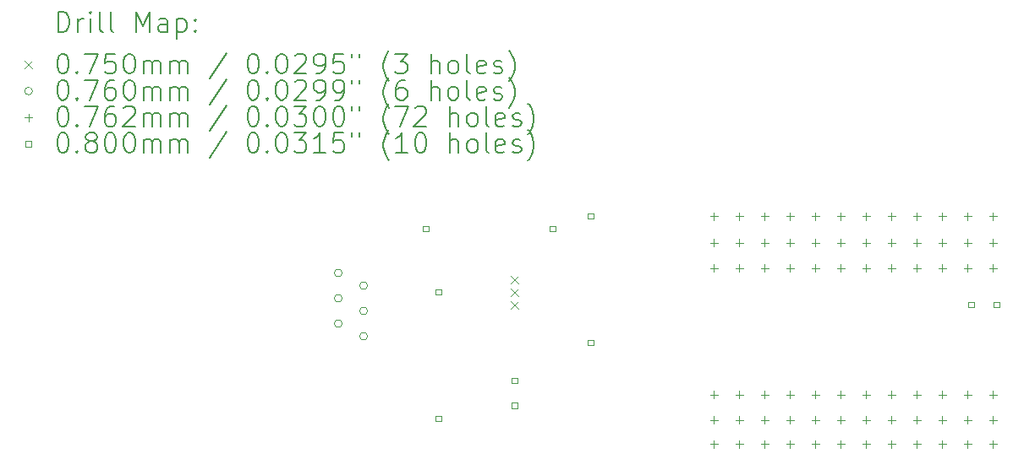
<source format=gbr>
%TF.GenerationSoftware,KiCad,Pcbnew,(6.0.9)*%
%TF.CreationDate,2022-11-19T17:18:27+01:00*%
%TF.ProjectId,esp32_ttgo_capaci,65737033-325f-4747-9467-6f5f63617061,rev?*%
%TF.SameCoordinates,Original*%
%TF.FileFunction,Drillmap*%
%TF.FilePolarity,Positive*%
%FSLAX45Y45*%
G04 Gerber Fmt 4.5, Leading zero omitted, Abs format (unit mm)*
G04 Created by KiCad (PCBNEW (6.0.9)) date 2022-11-19 17:18:27*
%MOMM*%
%LPD*%
G01*
G04 APERTURE LIST*
%ADD10C,0.200000*%
%ADD11C,0.075000*%
%ADD12C,0.076000*%
%ADD13C,0.076200*%
%ADD14C,0.080000*%
G04 APERTURE END LIST*
D10*
D11*
X4788500Y-2756500D02*
X4863500Y-2831500D01*
X4863500Y-2756500D02*
X4788500Y-2831500D01*
X4788500Y-2883500D02*
X4863500Y-2958500D01*
X4863500Y-2883500D02*
X4788500Y-2958500D01*
X4788500Y-3010500D02*
X4863500Y-3085500D01*
X4863500Y-3010500D02*
X4788500Y-3085500D01*
D12*
X3101000Y-2730000D02*
G75*
G03*
X3101000Y-2730000I-38000J0D01*
G01*
X3101000Y-2984000D02*
G75*
G03*
X3101000Y-2984000I-38000J0D01*
G01*
X3101000Y-3238000D02*
G75*
G03*
X3101000Y-3238000I-38000J0D01*
G01*
X3355000Y-2857000D02*
G75*
G03*
X3355000Y-2857000I-38000J0D01*
G01*
X3355000Y-3111000D02*
G75*
G03*
X3355000Y-3111000I-38000J0D01*
G01*
X3355000Y-3365000D02*
G75*
G03*
X3355000Y-3365000I-38000J0D01*
G01*
D13*
X6823500Y-2120900D02*
X6823500Y-2197100D01*
X6785400Y-2159000D02*
X6861600Y-2159000D01*
X6823500Y-2387600D02*
X6823500Y-2463800D01*
X6785400Y-2425700D02*
X6861600Y-2425700D01*
X6823500Y-2641600D02*
X6823500Y-2717800D01*
X6785400Y-2679700D02*
X6861600Y-2679700D01*
X6823500Y-3911600D02*
X6823500Y-3987800D01*
X6785400Y-3949700D02*
X6861600Y-3949700D01*
X6823500Y-4165600D02*
X6823500Y-4241800D01*
X6785400Y-4203700D02*
X6861600Y-4203700D01*
X6823500Y-4406900D02*
X6823500Y-4483100D01*
X6785400Y-4445000D02*
X6861600Y-4445000D01*
X7077500Y-2120900D02*
X7077500Y-2197100D01*
X7039400Y-2159000D02*
X7115600Y-2159000D01*
X7077500Y-2387600D02*
X7077500Y-2463800D01*
X7039400Y-2425700D02*
X7115600Y-2425700D01*
X7077500Y-2641600D02*
X7077500Y-2717800D01*
X7039400Y-2679700D02*
X7115600Y-2679700D01*
X7077500Y-3911600D02*
X7077500Y-3987800D01*
X7039400Y-3949700D02*
X7115600Y-3949700D01*
X7077500Y-4165600D02*
X7077500Y-4241800D01*
X7039400Y-4203700D02*
X7115600Y-4203700D01*
X7077500Y-4406900D02*
X7077500Y-4483100D01*
X7039400Y-4445000D02*
X7115600Y-4445000D01*
X7331500Y-2120900D02*
X7331500Y-2197100D01*
X7293400Y-2159000D02*
X7369600Y-2159000D01*
X7331500Y-2387600D02*
X7331500Y-2463800D01*
X7293400Y-2425700D02*
X7369600Y-2425700D01*
X7331500Y-2641600D02*
X7331500Y-2717800D01*
X7293400Y-2679700D02*
X7369600Y-2679700D01*
X7331500Y-3911600D02*
X7331500Y-3987800D01*
X7293400Y-3949700D02*
X7369600Y-3949700D01*
X7331500Y-4165600D02*
X7331500Y-4241800D01*
X7293400Y-4203700D02*
X7369600Y-4203700D01*
X7331500Y-4406900D02*
X7331500Y-4483100D01*
X7293400Y-4445000D02*
X7369600Y-4445000D01*
X7585500Y-2120900D02*
X7585500Y-2197100D01*
X7547400Y-2159000D02*
X7623600Y-2159000D01*
X7585500Y-2387600D02*
X7585500Y-2463800D01*
X7547400Y-2425700D02*
X7623600Y-2425700D01*
X7585500Y-2641600D02*
X7585500Y-2717800D01*
X7547400Y-2679700D02*
X7623600Y-2679700D01*
X7585500Y-3911600D02*
X7585500Y-3987800D01*
X7547400Y-3949700D02*
X7623600Y-3949700D01*
X7585500Y-4165600D02*
X7585500Y-4241800D01*
X7547400Y-4203700D02*
X7623600Y-4203700D01*
X7585500Y-4406900D02*
X7585500Y-4483100D01*
X7547400Y-4445000D02*
X7623600Y-4445000D01*
X7839500Y-2120900D02*
X7839500Y-2197100D01*
X7801400Y-2159000D02*
X7877600Y-2159000D01*
X7839500Y-2387600D02*
X7839500Y-2463800D01*
X7801400Y-2425700D02*
X7877600Y-2425700D01*
X7839500Y-2641600D02*
X7839500Y-2717800D01*
X7801400Y-2679700D02*
X7877600Y-2679700D01*
X7839500Y-3911600D02*
X7839500Y-3987800D01*
X7801400Y-3949700D02*
X7877600Y-3949700D01*
X7839500Y-4165600D02*
X7839500Y-4241800D01*
X7801400Y-4203700D02*
X7877600Y-4203700D01*
X7839500Y-4406900D02*
X7839500Y-4483100D01*
X7801400Y-4445000D02*
X7877600Y-4445000D01*
X8093500Y-2120900D02*
X8093500Y-2197100D01*
X8055400Y-2159000D02*
X8131600Y-2159000D01*
X8093500Y-2387600D02*
X8093500Y-2463800D01*
X8055400Y-2425700D02*
X8131600Y-2425700D01*
X8093500Y-2641600D02*
X8093500Y-2717800D01*
X8055400Y-2679700D02*
X8131600Y-2679700D01*
X8093500Y-3911600D02*
X8093500Y-3987800D01*
X8055400Y-3949700D02*
X8131600Y-3949700D01*
X8093500Y-4165600D02*
X8093500Y-4241800D01*
X8055400Y-4203700D02*
X8131600Y-4203700D01*
X8093500Y-4406900D02*
X8093500Y-4483100D01*
X8055400Y-4445000D02*
X8131600Y-4445000D01*
X8347500Y-2120900D02*
X8347500Y-2197100D01*
X8309400Y-2159000D02*
X8385600Y-2159000D01*
X8347500Y-2387600D02*
X8347500Y-2463800D01*
X8309400Y-2425700D02*
X8385600Y-2425700D01*
X8347500Y-2641600D02*
X8347500Y-2717800D01*
X8309400Y-2679700D02*
X8385600Y-2679700D01*
X8347500Y-3911600D02*
X8347500Y-3987800D01*
X8309400Y-3949700D02*
X8385600Y-3949700D01*
X8347500Y-4165600D02*
X8347500Y-4241800D01*
X8309400Y-4203700D02*
X8385600Y-4203700D01*
X8347500Y-4406900D02*
X8347500Y-4483100D01*
X8309400Y-4445000D02*
X8385600Y-4445000D01*
X8601500Y-2120900D02*
X8601500Y-2197100D01*
X8563400Y-2159000D02*
X8639600Y-2159000D01*
X8601500Y-2387600D02*
X8601500Y-2463800D01*
X8563400Y-2425700D02*
X8639600Y-2425700D01*
X8601500Y-2641600D02*
X8601500Y-2717800D01*
X8563400Y-2679700D02*
X8639600Y-2679700D01*
X8601500Y-3911600D02*
X8601500Y-3987800D01*
X8563400Y-3949700D02*
X8639600Y-3949700D01*
X8601500Y-4165600D02*
X8601500Y-4241800D01*
X8563400Y-4203700D02*
X8639600Y-4203700D01*
X8601500Y-4406900D02*
X8601500Y-4483100D01*
X8563400Y-4445000D02*
X8639600Y-4445000D01*
X8855500Y-2120900D02*
X8855500Y-2197100D01*
X8817400Y-2159000D02*
X8893600Y-2159000D01*
X8855500Y-2387600D02*
X8855500Y-2463800D01*
X8817400Y-2425700D02*
X8893600Y-2425700D01*
X8855500Y-2641600D02*
X8855500Y-2717800D01*
X8817400Y-2679700D02*
X8893600Y-2679700D01*
X8855500Y-3911600D02*
X8855500Y-3987800D01*
X8817400Y-3949700D02*
X8893600Y-3949700D01*
X8855500Y-4165600D02*
X8855500Y-4241800D01*
X8817400Y-4203700D02*
X8893600Y-4203700D01*
X8855500Y-4406900D02*
X8855500Y-4483100D01*
X8817400Y-4445000D02*
X8893600Y-4445000D01*
X9109500Y-2120900D02*
X9109500Y-2197100D01*
X9071400Y-2159000D02*
X9147600Y-2159000D01*
X9109500Y-2387600D02*
X9109500Y-2463800D01*
X9071400Y-2425700D02*
X9147600Y-2425700D01*
X9109500Y-2641600D02*
X9109500Y-2717800D01*
X9071400Y-2679700D02*
X9147600Y-2679700D01*
X9109500Y-3911600D02*
X9109500Y-3987800D01*
X9071400Y-3949700D02*
X9147600Y-3949700D01*
X9109500Y-4165600D02*
X9109500Y-4241800D01*
X9071400Y-4203700D02*
X9147600Y-4203700D01*
X9109500Y-4406900D02*
X9109500Y-4483100D01*
X9071400Y-4445000D02*
X9147600Y-4445000D01*
X9363500Y-2120900D02*
X9363500Y-2197100D01*
X9325400Y-2159000D02*
X9401600Y-2159000D01*
X9363500Y-2387600D02*
X9363500Y-2463800D01*
X9325400Y-2425700D02*
X9401600Y-2425700D01*
X9363500Y-2641600D02*
X9363500Y-2717800D01*
X9325400Y-2679700D02*
X9401600Y-2679700D01*
X9363500Y-3911600D02*
X9363500Y-3987800D01*
X9325400Y-3949700D02*
X9401600Y-3949700D01*
X9363500Y-4165600D02*
X9363500Y-4241800D01*
X9325400Y-4203700D02*
X9401600Y-4203700D01*
X9363500Y-4406900D02*
X9363500Y-4483100D01*
X9325400Y-4445000D02*
X9401600Y-4445000D01*
X9617500Y-2120900D02*
X9617500Y-2197100D01*
X9579400Y-2159000D02*
X9655600Y-2159000D01*
X9617500Y-2387600D02*
X9617500Y-2463800D01*
X9579400Y-2425700D02*
X9655600Y-2425700D01*
X9617500Y-2641600D02*
X9617500Y-2717800D01*
X9579400Y-2679700D02*
X9655600Y-2679700D01*
X9617500Y-3911600D02*
X9617500Y-3987800D01*
X9579400Y-3949700D02*
X9655600Y-3949700D01*
X9617500Y-4165600D02*
X9617500Y-4241800D01*
X9579400Y-4203700D02*
X9655600Y-4203700D01*
X9617500Y-4406900D02*
X9617500Y-4483100D01*
X9579400Y-4445000D02*
X9655600Y-4445000D01*
D14*
X3965284Y-2314285D02*
X3965284Y-2257716D01*
X3908715Y-2257716D01*
X3908715Y-2314285D01*
X3965284Y-2314285D01*
X4092284Y-2949284D02*
X4092284Y-2892715D01*
X4035715Y-2892715D01*
X4035715Y-2949284D01*
X4092284Y-2949284D01*
X4092284Y-4219285D02*
X4092284Y-4162715D01*
X4035715Y-4162715D01*
X4035715Y-4219285D01*
X4092284Y-4219285D01*
X4854285Y-3838284D02*
X4854285Y-3781715D01*
X4797716Y-3781715D01*
X4797716Y-3838284D01*
X4854285Y-3838284D01*
X4854285Y-4088284D02*
X4854285Y-4031715D01*
X4797716Y-4031715D01*
X4797716Y-4088284D01*
X4854285Y-4088284D01*
X5235285Y-2314285D02*
X5235285Y-2257716D01*
X5178716Y-2257716D01*
X5178716Y-2314285D01*
X5235285Y-2314285D01*
X5616284Y-2187285D02*
X5616284Y-2130716D01*
X5559716Y-2130716D01*
X5559716Y-2187285D01*
X5616284Y-2187285D01*
X5616284Y-3457284D02*
X5616284Y-3400715D01*
X5559716Y-3400715D01*
X5559716Y-3457284D01*
X5616284Y-3457284D01*
X9430285Y-3076284D02*
X9430285Y-3019715D01*
X9373716Y-3019715D01*
X9373716Y-3076284D01*
X9430285Y-3076284D01*
X9680285Y-3076284D02*
X9680285Y-3019715D01*
X9623716Y-3019715D01*
X9623716Y-3076284D01*
X9680285Y-3076284D01*
D10*
X257619Y-310476D02*
X257619Y-110476D01*
X305238Y-110476D01*
X333810Y-120000D01*
X352857Y-139048D01*
X362381Y-158095D01*
X371905Y-196190D01*
X371905Y-224762D01*
X362381Y-262857D01*
X352857Y-281905D01*
X333810Y-300952D01*
X305238Y-310476D01*
X257619Y-310476D01*
X457619Y-310476D02*
X457619Y-177143D01*
X457619Y-215238D02*
X467143Y-196190D01*
X476667Y-186667D01*
X495714Y-177143D01*
X514762Y-177143D01*
X581429Y-310476D02*
X581429Y-177143D01*
X581429Y-110476D02*
X571905Y-120000D01*
X581429Y-129524D01*
X590952Y-120000D01*
X581429Y-110476D01*
X581429Y-129524D01*
X705238Y-310476D02*
X686190Y-300952D01*
X676667Y-281905D01*
X676667Y-110476D01*
X810000Y-310476D02*
X790952Y-300952D01*
X781428Y-281905D01*
X781428Y-110476D01*
X1038571Y-310476D02*
X1038571Y-110476D01*
X1105238Y-253333D01*
X1171905Y-110476D01*
X1171905Y-310476D01*
X1352857Y-310476D02*
X1352857Y-205714D01*
X1343333Y-186667D01*
X1324286Y-177143D01*
X1286190Y-177143D01*
X1267143Y-186667D01*
X1352857Y-300952D02*
X1333810Y-310476D01*
X1286190Y-310476D01*
X1267143Y-300952D01*
X1257619Y-281905D01*
X1257619Y-262857D01*
X1267143Y-243809D01*
X1286190Y-234286D01*
X1333810Y-234286D01*
X1352857Y-224762D01*
X1448095Y-177143D02*
X1448095Y-377143D01*
X1448095Y-186667D02*
X1467143Y-177143D01*
X1505238Y-177143D01*
X1524286Y-186667D01*
X1533809Y-196190D01*
X1543333Y-215238D01*
X1543333Y-272381D01*
X1533809Y-291429D01*
X1524286Y-300952D01*
X1505238Y-310476D01*
X1467143Y-310476D01*
X1448095Y-300952D01*
X1629048Y-291429D02*
X1638571Y-300952D01*
X1629048Y-310476D01*
X1619524Y-300952D01*
X1629048Y-291429D01*
X1629048Y-310476D01*
X1629048Y-186667D02*
X1638571Y-196190D01*
X1629048Y-205714D01*
X1619524Y-196190D01*
X1629048Y-186667D01*
X1629048Y-205714D01*
D11*
X-75000Y-602500D02*
X0Y-677500D01*
X0Y-602500D02*
X-75000Y-677500D01*
D10*
X295714Y-530476D02*
X314762Y-530476D01*
X333810Y-540000D01*
X343333Y-549524D01*
X352857Y-568571D01*
X362381Y-606667D01*
X362381Y-654286D01*
X352857Y-692381D01*
X343333Y-711428D01*
X333810Y-720952D01*
X314762Y-730476D01*
X295714Y-730476D01*
X276667Y-720952D01*
X267143Y-711428D01*
X257619Y-692381D01*
X248095Y-654286D01*
X248095Y-606667D01*
X257619Y-568571D01*
X267143Y-549524D01*
X276667Y-540000D01*
X295714Y-530476D01*
X448095Y-711428D02*
X457619Y-720952D01*
X448095Y-730476D01*
X438571Y-720952D01*
X448095Y-711428D01*
X448095Y-730476D01*
X524286Y-530476D02*
X657619Y-530476D01*
X571905Y-730476D01*
X829048Y-530476D02*
X733809Y-530476D01*
X724286Y-625714D01*
X733809Y-616190D01*
X752857Y-606667D01*
X800476Y-606667D01*
X819524Y-616190D01*
X829048Y-625714D01*
X838571Y-644762D01*
X838571Y-692381D01*
X829048Y-711428D01*
X819524Y-720952D01*
X800476Y-730476D01*
X752857Y-730476D01*
X733809Y-720952D01*
X724286Y-711428D01*
X962381Y-530476D02*
X981428Y-530476D01*
X1000476Y-540000D01*
X1010000Y-549524D01*
X1019524Y-568571D01*
X1029048Y-606667D01*
X1029048Y-654286D01*
X1019524Y-692381D01*
X1010000Y-711428D01*
X1000476Y-720952D01*
X981428Y-730476D01*
X962381Y-730476D01*
X943333Y-720952D01*
X933809Y-711428D01*
X924286Y-692381D01*
X914762Y-654286D01*
X914762Y-606667D01*
X924286Y-568571D01*
X933809Y-549524D01*
X943333Y-540000D01*
X962381Y-530476D01*
X1114762Y-730476D02*
X1114762Y-597143D01*
X1114762Y-616190D02*
X1124286Y-606667D01*
X1143333Y-597143D01*
X1171905Y-597143D01*
X1190952Y-606667D01*
X1200476Y-625714D01*
X1200476Y-730476D01*
X1200476Y-625714D02*
X1210000Y-606667D01*
X1229048Y-597143D01*
X1257619Y-597143D01*
X1276667Y-606667D01*
X1286190Y-625714D01*
X1286190Y-730476D01*
X1381429Y-730476D02*
X1381429Y-597143D01*
X1381429Y-616190D02*
X1390952Y-606667D01*
X1410000Y-597143D01*
X1438571Y-597143D01*
X1457619Y-606667D01*
X1467143Y-625714D01*
X1467143Y-730476D01*
X1467143Y-625714D02*
X1476667Y-606667D01*
X1495714Y-597143D01*
X1524286Y-597143D01*
X1543333Y-606667D01*
X1552857Y-625714D01*
X1552857Y-730476D01*
X1943333Y-520952D02*
X1771905Y-778095D01*
X2200476Y-530476D02*
X2219524Y-530476D01*
X2238571Y-540000D01*
X2248095Y-549524D01*
X2257619Y-568571D01*
X2267143Y-606667D01*
X2267143Y-654286D01*
X2257619Y-692381D01*
X2248095Y-711428D01*
X2238571Y-720952D01*
X2219524Y-730476D01*
X2200476Y-730476D01*
X2181429Y-720952D01*
X2171905Y-711428D01*
X2162381Y-692381D01*
X2152857Y-654286D01*
X2152857Y-606667D01*
X2162381Y-568571D01*
X2171905Y-549524D01*
X2181429Y-540000D01*
X2200476Y-530476D01*
X2352857Y-711428D02*
X2362381Y-720952D01*
X2352857Y-730476D01*
X2343333Y-720952D01*
X2352857Y-711428D01*
X2352857Y-730476D01*
X2486190Y-530476D02*
X2505238Y-530476D01*
X2524286Y-540000D01*
X2533810Y-549524D01*
X2543333Y-568571D01*
X2552857Y-606667D01*
X2552857Y-654286D01*
X2543333Y-692381D01*
X2533810Y-711428D01*
X2524286Y-720952D01*
X2505238Y-730476D01*
X2486190Y-730476D01*
X2467143Y-720952D01*
X2457619Y-711428D01*
X2448095Y-692381D01*
X2438571Y-654286D01*
X2438571Y-606667D01*
X2448095Y-568571D01*
X2457619Y-549524D01*
X2467143Y-540000D01*
X2486190Y-530476D01*
X2629048Y-549524D02*
X2638571Y-540000D01*
X2657619Y-530476D01*
X2705238Y-530476D01*
X2724286Y-540000D01*
X2733810Y-549524D01*
X2743333Y-568571D01*
X2743333Y-587619D01*
X2733810Y-616190D01*
X2619524Y-730476D01*
X2743333Y-730476D01*
X2838571Y-730476D02*
X2876667Y-730476D01*
X2895714Y-720952D01*
X2905238Y-711428D01*
X2924286Y-682857D01*
X2933809Y-644762D01*
X2933809Y-568571D01*
X2924286Y-549524D01*
X2914762Y-540000D01*
X2895714Y-530476D01*
X2857619Y-530476D01*
X2838571Y-540000D01*
X2829048Y-549524D01*
X2819524Y-568571D01*
X2819524Y-616190D01*
X2829048Y-635238D01*
X2838571Y-644762D01*
X2857619Y-654286D01*
X2895714Y-654286D01*
X2914762Y-644762D01*
X2924286Y-635238D01*
X2933809Y-616190D01*
X3114762Y-530476D02*
X3019524Y-530476D01*
X3010000Y-625714D01*
X3019524Y-616190D01*
X3038571Y-606667D01*
X3086190Y-606667D01*
X3105238Y-616190D01*
X3114762Y-625714D01*
X3124286Y-644762D01*
X3124286Y-692381D01*
X3114762Y-711428D01*
X3105238Y-720952D01*
X3086190Y-730476D01*
X3038571Y-730476D01*
X3019524Y-720952D01*
X3010000Y-711428D01*
X3200476Y-530476D02*
X3200476Y-568571D01*
X3276667Y-530476D02*
X3276667Y-568571D01*
X3571905Y-806667D02*
X3562381Y-797143D01*
X3543333Y-768571D01*
X3533809Y-749524D01*
X3524286Y-720952D01*
X3514762Y-673333D01*
X3514762Y-635238D01*
X3524286Y-587619D01*
X3533809Y-559048D01*
X3543333Y-540000D01*
X3562381Y-511428D01*
X3571905Y-501905D01*
X3629048Y-530476D02*
X3752857Y-530476D01*
X3686190Y-606667D01*
X3714762Y-606667D01*
X3733809Y-616190D01*
X3743333Y-625714D01*
X3752857Y-644762D01*
X3752857Y-692381D01*
X3743333Y-711428D01*
X3733809Y-720952D01*
X3714762Y-730476D01*
X3657619Y-730476D01*
X3638571Y-720952D01*
X3629048Y-711428D01*
X3990952Y-730476D02*
X3990952Y-530476D01*
X4076667Y-730476D02*
X4076667Y-625714D01*
X4067143Y-606667D01*
X4048095Y-597143D01*
X4019524Y-597143D01*
X4000476Y-606667D01*
X3990952Y-616190D01*
X4200476Y-730476D02*
X4181428Y-720952D01*
X4171905Y-711428D01*
X4162381Y-692381D01*
X4162381Y-635238D01*
X4171905Y-616190D01*
X4181428Y-606667D01*
X4200476Y-597143D01*
X4229048Y-597143D01*
X4248095Y-606667D01*
X4257619Y-616190D01*
X4267143Y-635238D01*
X4267143Y-692381D01*
X4257619Y-711428D01*
X4248095Y-720952D01*
X4229048Y-730476D01*
X4200476Y-730476D01*
X4381429Y-730476D02*
X4362381Y-720952D01*
X4352857Y-701905D01*
X4352857Y-530476D01*
X4533810Y-720952D02*
X4514762Y-730476D01*
X4476667Y-730476D01*
X4457619Y-720952D01*
X4448095Y-701905D01*
X4448095Y-625714D01*
X4457619Y-606667D01*
X4476667Y-597143D01*
X4514762Y-597143D01*
X4533810Y-606667D01*
X4543333Y-625714D01*
X4543333Y-644762D01*
X4448095Y-663810D01*
X4619524Y-720952D02*
X4638571Y-730476D01*
X4676667Y-730476D01*
X4695714Y-720952D01*
X4705238Y-701905D01*
X4705238Y-692381D01*
X4695714Y-673333D01*
X4676667Y-663810D01*
X4648095Y-663810D01*
X4629048Y-654286D01*
X4619524Y-635238D01*
X4619524Y-625714D01*
X4629048Y-606667D01*
X4648095Y-597143D01*
X4676667Y-597143D01*
X4695714Y-606667D01*
X4771905Y-806667D02*
X4781429Y-797143D01*
X4800476Y-768571D01*
X4810000Y-749524D01*
X4819524Y-720952D01*
X4829048Y-673333D01*
X4829048Y-635238D01*
X4819524Y-587619D01*
X4810000Y-559048D01*
X4800476Y-540000D01*
X4781429Y-511428D01*
X4771905Y-501905D01*
D12*
X0Y-904000D02*
G75*
G03*
X0Y-904000I-38000J0D01*
G01*
D10*
X295714Y-794476D02*
X314762Y-794476D01*
X333810Y-804000D01*
X343333Y-813524D01*
X352857Y-832571D01*
X362381Y-870667D01*
X362381Y-918286D01*
X352857Y-956381D01*
X343333Y-975428D01*
X333810Y-984952D01*
X314762Y-994476D01*
X295714Y-994476D01*
X276667Y-984952D01*
X267143Y-975428D01*
X257619Y-956381D01*
X248095Y-918286D01*
X248095Y-870667D01*
X257619Y-832571D01*
X267143Y-813524D01*
X276667Y-804000D01*
X295714Y-794476D01*
X448095Y-975428D02*
X457619Y-984952D01*
X448095Y-994476D01*
X438571Y-984952D01*
X448095Y-975428D01*
X448095Y-994476D01*
X524286Y-794476D02*
X657619Y-794476D01*
X571905Y-994476D01*
X819524Y-794476D02*
X781428Y-794476D01*
X762381Y-804000D01*
X752857Y-813524D01*
X733809Y-842095D01*
X724286Y-880190D01*
X724286Y-956381D01*
X733809Y-975428D01*
X743333Y-984952D01*
X762381Y-994476D01*
X800476Y-994476D01*
X819524Y-984952D01*
X829048Y-975428D01*
X838571Y-956381D01*
X838571Y-908762D01*
X829048Y-889714D01*
X819524Y-880190D01*
X800476Y-870667D01*
X762381Y-870667D01*
X743333Y-880190D01*
X733809Y-889714D01*
X724286Y-908762D01*
X962381Y-794476D02*
X981428Y-794476D01*
X1000476Y-804000D01*
X1010000Y-813524D01*
X1019524Y-832571D01*
X1029048Y-870667D01*
X1029048Y-918286D01*
X1019524Y-956381D01*
X1010000Y-975428D01*
X1000476Y-984952D01*
X981428Y-994476D01*
X962381Y-994476D01*
X943333Y-984952D01*
X933809Y-975428D01*
X924286Y-956381D01*
X914762Y-918286D01*
X914762Y-870667D01*
X924286Y-832571D01*
X933809Y-813524D01*
X943333Y-804000D01*
X962381Y-794476D01*
X1114762Y-994476D02*
X1114762Y-861143D01*
X1114762Y-880190D02*
X1124286Y-870667D01*
X1143333Y-861143D01*
X1171905Y-861143D01*
X1190952Y-870667D01*
X1200476Y-889714D01*
X1200476Y-994476D01*
X1200476Y-889714D02*
X1210000Y-870667D01*
X1229048Y-861143D01*
X1257619Y-861143D01*
X1276667Y-870667D01*
X1286190Y-889714D01*
X1286190Y-994476D01*
X1381429Y-994476D02*
X1381429Y-861143D01*
X1381429Y-880190D02*
X1390952Y-870667D01*
X1410000Y-861143D01*
X1438571Y-861143D01*
X1457619Y-870667D01*
X1467143Y-889714D01*
X1467143Y-994476D01*
X1467143Y-889714D02*
X1476667Y-870667D01*
X1495714Y-861143D01*
X1524286Y-861143D01*
X1543333Y-870667D01*
X1552857Y-889714D01*
X1552857Y-994476D01*
X1943333Y-784952D02*
X1771905Y-1042095D01*
X2200476Y-794476D02*
X2219524Y-794476D01*
X2238571Y-804000D01*
X2248095Y-813524D01*
X2257619Y-832571D01*
X2267143Y-870667D01*
X2267143Y-918286D01*
X2257619Y-956381D01*
X2248095Y-975428D01*
X2238571Y-984952D01*
X2219524Y-994476D01*
X2200476Y-994476D01*
X2181429Y-984952D01*
X2171905Y-975428D01*
X2162381Y-956381D01*
X2152857Y-918286D01*
X2152857Y-870667D01*
X2162381Y-832571D01*
X2171905Y-813524D01*
X2181429Y-804000D01*
X2200476Y-794476D01*
X2352857Y-975428D02*
X2362381Y-984952D01*
X2352857Y-994476D01*
X2343333Y-984952D01*
X2352857Y-975428D01*
X2352857Y-994476D01*
X2486190Y-794476D02*
X2505238Y-794476D01*
X2524286Y-804000D01*
X2533810Y-813524D01*
X2543333Y-832571D01*
X2552857Y-870667D01*
X2552857Y-918286D01*
X2543333Y-956381D01*
X2533810Y-975428D01*
X2524286Y-984952D01*
X2505238Y-994476D01*
X2486190Y-994476D01*
X2467143Y-984952D01*
X2457619Y-975428D01*
X2448095Y-956381D01*
X2438571Y-918286D01*
X2438571Y-870667D01*
X2448095Y-832571D01*
X2457619Y-813524D01*
X2467143Y-804000D01*
X2486190Y-794476D01*
X2629048Y-813524D02*
X2638571Y-804000D01*
X2657619Y-794476D01*
X2705238Y-794476D01*
X2724286Y-804000D01*
X2733810Y-813524D01*
X2743333Y-832571D01*
X2743333Y-851619D01*
X2733810Y-880190D01*
X2619524Y-994476D01*
X2743333Y-994476D01*
X2838571Y-994476D02*
X2876667Y-994476D01*
X2895714Y-984952D01*
X2905238Y-975428D01*
X2924286Y-946857D01*
X2933809Y-908762D01*
X2933809Y-832571D01*
X2924286Y-813524D01*
X2914762Y-804000D01*
X2895714Y-794476D01*
X2857619Y-794476D01*
X2838571Y-804000D01*
X2829048Y-813524D01*
X2819524Y-832571D01*
X2819524Y-880190D01*
X2829048Y-899238D01*
X2838571Y-908762D01*
X2857619Y-918286D01*
X2895714Y-918286D01*
X2914762Y-908762D01*
X2924286Y-899238D01*
X2933809Y-880190D01*
X3029048Y-994476D02*
X3067143Y-994476D01*
X3086190Y-984952D01*
X3095714Y-975428D01*
X3114762Y-946857D01*
X3124286Y-908762D01*
X3124286Y-832571D01*
X3114762Y-813524D01*
X3105238Y-804000D01*
X3086190Y-794476D01*
X3048095Y-794476D01*
X3029048Y-804000D01*
X3019524Y-813524D01*
X3010000Y-832571D01*
X3010000Y-880190D01*
X3019524Y-899238D01*
X3029048Y-908762D01*
X3048095Y-918286D01*
X3086190Y-918286D01*
X3105238Y-908762D01*
X3114762Y-899238D01*
X3124286Y-880190D01*
X3200476Y-794476D02*
X3200476Y-832571D01*
X3276667Y-794476D02*
X3276667Y-832571D01*
X3571905Y-1070667D02*
X3562381Y-1061143D01*
X3543333Y-1032571D01*
X3533809Y-1013524D01*
X3524286Y-984952D01*
X3514762Y-937333D01*
X3514762Y-899238D01*
X3524286Y-851619D01*
X3533809Y-823048D01*
X3543333Y-804000D01*
X3562381Y-775428D01*
X3571905Y-765905D01*
X3733809Y-794476D02*
X3695714Y-794476D01*
X3676667Y-804000D01*
X3667143Y-813524D01*
X3648095Y-842095D01*
X3638571Y-880190D01*
X3638571Y-956381D01*
X3648095Y-975428D01*
X3657619Y-984952D01*
X3676667Y-994476D01*
X3714762Y-994476D01*
X3733809Y-984952D01*
X3743333Y-975428D01*
X3752857Y-956381D01*
X3752857Y-908762D01*
X3743333Y-889714D01*
X3733809Y-880190D01*
X3714762Y-870667D01*
X3676667Y-870667D01*
X3657619Y-880190D01*
X3648095Y-889714D01*
X3638571Y-908762D01*
X3990952Y-994476D02*
X3990952Y-794476D01*
X4076667Y-994476D02*
X4076667Y-889714D01*
X4067143Y-870667D01*
X4048095Y-861143D01*
X4019524Y-861143D01*
X4000476Y-870667D01*
X3990952Y-880190D01*
X4200476Y-994476D02*
X4181428Y-984952D01*
X4171905Y-975428D01*
X4162381Y-956381D01*
X4162381Y-899238D01*
X4171905Y-880190D01*
X4181428Y-870667D01*
X4200476Y-861143D01*
X4229048Y-861143D01*
X4248095Y-870667D01*
X4257619Y-880190D01*
X4267143Y-899238D01*
X4267143Y-956381D01*
X4257619Y-975428D01*
X4248095Y-984952D01*
X4229048Y-994476D01*
X4200476Y-994476D01*
X4381429Y-994476D02*
X4362381Y-984952D01*
X4352857Y-965905D01*
X4352857Y-794476D01*
X4533810Y-984952D02*
X4514762Y-994476D01*
X4476667Y-994476D01*
X4457619Y-984952D01*
X4448095Y-965905D01*
X4448095Y-889714D01*
X4457619Y-870667D01*
X4476667Y-861143D01*
X4514762Y-861143D01*
X4533810Y-870667D01*
X4543333Y-889714D01*
X4543333Y-908762D01*
X4448095Y-927809D01*
X4619524Y-984952D02*
X4638571Y-994476D01*
X4676667Y-994476D01*
X4695714Y-984952D01*
X4705238Y-965905D01*
X4705238Y-956381D01*
X4695714Y-937333D01*
X4676667Y-927809D01*
X4648095Y-927809D01*
X4629048Y-918286D01*
X4619524Y-899238D01*
X4619524Y-889714D01*
X4629048Y-870667D01*
X4648095Y-861143D01*
X4676667Y-861143D01*
X4695714Y-870667D01*
X4771905Y-1070667D02*
X4781429Y-1061143D01*
X4800476Y-1032571D01*
X4810000Y-1013524D01*
X4819524Y-984952D01*
X4829048Y-937333D01*
X4829048Y-899238D01*
X4819524Y-851619D01*
X4810000Y-823048D01*
X4800476Y-804000D01*
X4781429Y-775428D01*
X4771905Y-765905D01*
D13*
X-38100Y-1129900D02*
X-38100Y-1206100D01*
X-76200Y-1168000D02*
X0Y-1168000D01*
D10*
X295714Y-1058476D02*
X314762Y-1058476D01*
X333810Y-1068000D01*
X343333Y-1077524D01*
X352857Y-1096571D01*
X362381Y-1134667D01*
X362381Y-1182286D01*
X352857Y-1220381D01*
X343333Y-1239429D01*
X333810Y-1248952D01*
X314762Y-1258476D01*
X295714Y-1258476D01*
X276667Y-1248952D01*
X267143Y-1239429D01*
X257619Y-1220381D01*
X248095Y-1182286D01*
X248095Y-1134667D01*
X257619Y-1096571D01*
X267143Y-1077524D01*
X276667Y-1068000D01*
X295714Y-1058476D01*
X448095Y-1239429D02*
X457619Y-1248952D01*
X448095Y-1258476D01*
X438571Y-1248952D01*
X448095Y-1239429D01*
X448095Y-1258476D01*
X524286Y-1058476D02*
X657619Y-1058476D01*
X571905Y-1258476D01*
X819524Y-1058476D02*
X781428Y-1058476D01*
X762381Y-1068000D01*
X752857Y-1077524D01*
X733809Y-1106095D01*
X724286Y-1144190D01*
X724286Y-1220381D01*
X733809Y-1239429D01*
X743333Y-1248952D01*
X762381Y-1258476D01*
X800476Y-1258476D01*
X819524Y-1248952D01*
X829048Y-1239429D01*
X838571Y-1220381D01*
X838571Y-1172762D01*
X829048Y-1153714D01*
X819524Y-1144190D01*
X800476Y-1134667D01*
X762381Y-1134667D01*
X743333Y-1144190D01*
X733809Y-1153714D01*
X724286Y-1172762D01*
X914762Y-1077524D02*
X924286Y-1068000D01*
X943333Y-1058476D01*
X990952Y-1058476D01*
X1010000Y-1068000D01*
X1019524Y-1077524D01*
X1029048Y-1096571D01*
X1029048Y-1115619D01*
X1019524Y-1144190D01*
X905238Y-1258476D01*
X1029048Y-1258476D01*
X1114762Y-1258476D02*
X1114762Y-1125143D01*
X1114762Y-1144190D02*
X1124286Y-1134667D01*
X1143333Y-1125143D01*
X1171905Y-1125143D01*
X1190952Y-1134667D01*
X1200476Y-1153714D01*
X1200476Y-1258476D01*
X1200476Y-1153714D02*
X1210000Y-1134667D01*
X1229048Y-1125143D01*
X1257619Y-1125143D01*
X1276667Y-1134667D01*
X1286190Y-1153714D01*
X1286190Y-1258476D01*
X1381429Y-1258476D02*
X1381429Y-1125143D01*
X1381429Y-1144190D02*
X1390952Y-1134667D01*
X1410000Y-1125143D01*
X1438571Y-1125143D01*
X1457619Y-1134667D01*
X1467143Y-1153714D01*
X1467143Y-1258476D01*
X1467143Y-1153714D02*
X1476667Y-1134667D01*
X1495714Y-1125143D01*
X1524286Y-1125143D01*
X1543333Y-1134667D01*
X1552857Y-1153714D01*
X1552857Y-1258476D01*
X1943333Y-1048952D02*
X1771905Y-1306095D01*
X2200476Y-1058476D02*
X2219524Y-1058476D01*
X2238571Y-1068000D01*
X2248095Y-1077524D01*
X2257619Y-1096571D01*
X2267143Y-1134667D01*
X2267143Y-1182286D01*
X2257619Y-1220381D01*
X2248095Y-1239429D01*
X2238571Y-1248952D01*
X2219524Y-1258476D01*
X2200476Y-1258476D01*
X2181429Y-1248952D01*
X2171905Y-1239429D01*
X2162381Y-1220381D01*
X2152857Y-1182286D01*
X2152857Y-1134667D01*
X2162381Y-1096571D01*
X2171905Y-1077524D01*
X2181429Y-1068000D01*
X2200476Y-1058476D01*
X2352857Y-1239429D02*
X2362381Y-1248952D01*
X2352857Y-1258476D01*
X2343333Y-1248952D01*
X2352857Y-1239429D01*
X2352857Y-1258476D01*
X2486190Y-1058476D02*
X2505238Y-1058476D01*
X2524286Y-1068000D01*
X2533810Y-1077524D01*
X2543333Y-1096571D01*
X2552857Y-1134667D01*
X2552857Y-1182286D01*
X2543333Y-1220381D01*
X2533810Y-1239429D01*
X2524286Y-1248952D01*
X2505238Y-1258476D01*
X2486190Y-1258476D01*
X2467143Y-1248952D01*
X2457619Y-1239429D01*
X2448095Y-1220381D01*
X2438571Y-1182286D01*
X2438571Y-1134667D01*
X2448095Y-1096571D01*
X2457619Y-1077524D01*
X2467143Y-1068000D01*
X2486190Y-1058476D01*
X2619524Y-1058476D02*
X2743333Y-1058476D01*
X2676667Y-1134667D01*
X2705238Y-1134667D01*
X2724286Y-1144190D01*
X2733810Y-1153714D01*
X2743333Y-1172762D01*
X2743333Y-1220381D01*
X2733810Y-1239429D01*
X2724286Y-1248952D01*
X2705238Y-1258476D01*
X2648095Y-1258476D01*
X2629048Y-1248952D01*
X2619524Y-1239429D01*
X2867143Y-1058476D02*
X2886190Y-1058476D01*
X2905238Y-1068000D01*
X2914762Y-1077524D01*
X2924286Y-1096571D01*
X2933809Y-1134667D01*
X2933809Y-1182286D01*
X2924286Y-1220381D01*
X2914762Y-1239429D01*
X2905238Y-1248952D01*
X2886190Y-1258476D01*
X2867143Y-1258476D01*
X2848095Y-1248952D01*
X2838571Y-1239429D01*
X2829048Y-1220381D01*
X2819524Y-1182286D01*
X2819524Y-1134667D01*
X2829048Y-1096571D01*
X2838571Y-1077524D01*
X2848095Y-1068000D01*
X2867143Y-1058476D01*
X3057619Y-1058476D02*
X3076667Y-1058476D01*
X3095714Y-1068000D01*
X3105238Y-1077524D01*
X3114762Y-1096571D01*
X3124286Y-1134667D01*
X3124286Y-1182286D01*
X3114762Y-1220381D01*
X3105238Y-1239429D01*
X3095714Y-1248952D01*
X3076667Y-1258476D01*
X3057619Y-1258476D01*
X3038571Y-1248952D01*
X3029048Y-1239429D01*
X3019524Y-1220381D01*
X3010000Y-1182286D01*
X3010000Y-1134667D01*
X3019524Y-1096571D01*
X3029048Y-1077524D01*
X3038571Y-1068000D01*
X3057619Y-1058476D01*
X3200476Y-1058476D02*
X3200476Y-1096571D01*
X3276667Y-1058476D02*
X3276667Y-1096571D01*
X3571905Y-1334667D02*
X3562381Y-1325143D01*
X3543333Y-1296571D01*
X3533809Y-1277524D01*
X3524286Y-1248952D01*
X3514762Y-1201333D01*
X3514762Y-1163238D01*
X3524286Y-1115619D01*
X3533809Y-1087048D01*
X3543333Y-1068000D01*
X3562381Y-1039428D01*
X3571905Y-1029905D01*
X3629048Y-1058476D02*
X3762381Y-1058476D01*
X3676667Y-1258476D01*
X3829048Y-1077524D02*
X3838571Y-1068000D01*
X3857619Y-1058476D01*
X3905238Y-1058476D01*
X3924286Y-1068000D01*
X3933809Y-1077524D01*
X3943333Y-1096571D01*
X3943333Y-1115619D01*
X3933809Y-1144190D01*
X3819524Y-1258476D01*
X3943333Y-1258476D01*
X4181428Y-1258476D02*
X4181428Y-1058476D01*
X4267143Y-1258476D02*
X4267143Y-1153714D01*
X4257619Y-1134667D01*
X4238571Y-1125143D01*
X4210000Y-1125143D01*
X4190952Y-1134667D01*
X4181428Y-1144190D01*
X4390952Y-1258476D02*
X4371905Y-1248952D01*
X4362381Y-1239429D01*
X4352857Y-1220381D01*
X4352857Y-1163238D01*
X4362381Y-1144190D01*
X4371905Y-1134667D01*
X4390952Y-1125143D01*
X4419524Y-1125143D01*
X4438571Y-1134667D01*
X4448095Y-1144190D01*
X4457619Y-1163238D01*
X4457619Y-1220381D01*
X4448095Y-1239429D01*
X4438571Y-1248952D01*
X4419524Y-1258476D01*
X4390952Y-1258476D01*
X4571905Y-1258476D02*
X4552857Y-1248952D01*
X4543333Y-1229905D01*
X4543333Y-1058476D01*
X4724286Y-1248952D02*
X4705238Y-1258476D01*
X4667143Y-1258476D01*
X4648095Y-1248952D01*
X4638571Y-1229905D01*
X4638571Y-1153714D01*
X4648095Y-1134667D01*
X4667143Y-1125143D01*
X4705238Y-1125143D01*
X4724286Y-1134667D01*
X4733810Y-1153714D01*
X4733810Y-1172762D01*
X4638571Y-1191810D01*
X4810000Y-1248952D02*
X4829048Y-1258476D01*
X4867143Y-1258476D01*
X4886190Y-1248952D01*
X4895714Y-1229905D01*
X4895714Y-1220381D01*
X4886190Y-1201333D01*
X4867143Y-1191810D01*
X4838571Y-1191810D01*
X4819524Y-1182286D01*
X4810000Y-1163238D01*
X4810000Y-1153714D01*
X4819524Y-1134667D01*
X4838571Y-1125143D01*
X4867143Y-1125143D01*
X4886190Y-1134667D01*
X4962381Y-1334667D02*
X4971905Y-1325143D01*
X4990952Y-1296571D01*
X5000476Y-1277524D01*
X5010000Y-1248952D01*
X5019524Y-1201333D01*
X5019524Y-1163238D01*
X5010000Y-1115619D01*
X5000476Y-1087048D01*
X4990952Y-1068000D01*
X4971905Y-1039428D01*
X4962381Y-1029905D01*
D14*
X-11715Y-1460284D02*
X-11715Y-1403715D01*
X-68285Y-1403715D01*
X-68285Y-1460284D01*
X-11715Y-1460284D01*
D10*
X295714Y-1322476D02*
X314762Y-1322476D01*
X333810Y-1332000D01*
X343333Y-1341524D01*
X352857Y-1360571D01*
X362381Y-1398667D01*
X362381Y-1446286D01*
X352857Y-1484381D01*
X343333Y-1503428D01*
X333810Y-1512952D01*
X314762Y-1522476D01*
X295714Y-1522476D01*
X276667Y-1512952D01*
X267143Y-1503428D01*
X257619Y-1484381D01*
X248095Y-1446286D01*
X248095Y-1398667D01*
X257619Y-1360571D01*
X267143Y-1341524D01*
X276667Y-1332000D01*
X295714Y-1322476D01*
X448095Y-1503428D02*
X457619Y-1512952D01*
X448095Y-1522476D01*
X438571Y-1512952D01*
X448095Y-1503428D01*
X448095Y-1522476D01*
X571905Y-1408190D02*
X552857Y-1398667D01*
X543333Y-1389143D01*
X533810Y-1370095D01*
X533810Y-1360571D01*
X543333Y-1341524D01*
X552857Y-1332000D01*
X571905Y-1322476D01*
X610000Y-1322476D01*
X629048Y-1332000D01*
X638571Y-1341524D01*
X648095Y-1360571D01*
X648095Y-1370095D01*
X638571Y-1389143D01*
X629048Y-1398667D01*
X610000Y-1408190D01*
X571905Y-1408190D01*
X552857Y-1417714D01*
X543333Y-1427238D01*
X533810Y-1446286D01*
X533810Y-1484381D01*
X543333Y-1503428D01*
X552857Y-1512952D01*
X571905Y-1522476D01*
X610000Y-1522476D01*
X629048Y-1512952D01*
X638571Y-1503428D01*
X648095Y-1484381D01*
X648095Y-1446286D01*
X638571Y-1427238D01*
X629048Y-1417714D01*
X610000Y-1408190D01*
X771905Y-1322476D02*
X790952Y-1322476D01*
X810000Y-1332000D01*
X819524Y-1341524D01*
X829048Y-1360571D01*
X838571Y-1398667D01*
X838571Y-1446286D01*
X829048Y-1484381D01*
X819524Y-1503428D01*
X810000Y-1512952D01*
X790952Y-1522476D01*
X771905Y-1522476D01*
X752857Y-1512952D01*
X743333Y-1503428D01*
X733809Y-1484381D01*
X724286Y-1446286D01*
X724286Y-1398667D01*
X733809Y-1360571D01*
X743333Y-1341524D01*
X752857Y-1332000D01*
X771905Y-1322476D01*
X962381Y-1322476D02*
X981428Y-1322476D01*
X1000476Y-1332000D01*
X1010000Y-1341524D01*
X1019524Y-1360571D01*
X1029048Y-1398667D01*
X1029048Y-1446286D01*
X1019524Y-1484381D01*
X1010000Y-1503428D01*
X1000476Y-1512952D01*
X981428Y-1522476D01*
X962381Y-1522476D01*
X943333Y-1512952D01*
X933809Y-1503428D01*
X924286Y-1484381D01*
X914762Y-1446286D01*
X914762Y-1398667D01*
X924286Y-1360571D01*
X933809Y-1341524D01*
X943333Y-1332000D01*
X962381Y-1322476D01*
X1114762Y-1522476D02*
X1114762Y-1389143D01*
X1114762Y-1408190D02*
X1124286Y-1398667D01*
X1143333Y-1389143D01*
X1171905Y-1389143D01*
X1190952Y-1398667D01*
X1200476Y-1417714D01*
X1200476Y-1522476D01*
X1200476Y-1417714D02*
X1210000Y-1398667D01*
X1229048Y-1389143D01*
X1257619Y-1389143D01*
X1276667Y-1398667D01*
X1286190Y-1417714D01*
X1286190Y-1522476D01*
X1381429Y-1522476D02*
X1381429Y-1389143D01*
X1381429Y-1408190D02*
X1390952Y-1398667D01*
X1410000Y-1389143D01*
X1438571Y-1389143D01*
X1457619Y-1398667D01*
X1467143Y-1417714D01*
X1467143Y-1522476D01*
X1467143Y-1417714D02*
X1476667Y-1398667D01*
X1495714Y-1389143D01*
X1524286Y-1389143D01*
X1543333Y-1398667D01*
X1552857Y-1417714D01*
X1552857Y-1522476D01*
X1943333Y-1312952D02*
X1771905Y-1570095D01*
X2200476Y-1322476D02*
X2219524Y-1322476D01*
X2238571Y-1332000D01*
X2248095Y-1341524D01*
X2257619Y-1360571D01*
X2267143Y-1398667D01*
X2267143Y-1446286D01*
X2257619Y-1484381D01*
X2248095Y-1503428D01*
X2238571Y-1512952D01*
X2219524Y-1522476D01*
X2200476Y-1522476D01*
X2181429Y-1512952D01*
X2171905Y-1503428D01*
X2162381Y-1484381D01*
X2152857Y-1446286D01*
X2152857Y-1398667D01*
X2162381Y-1360571D01*
X2171905Y-1341524D01*
X2181429Y-1332000D01*
X2200476Y-1322476D01*
X2352857Y-1503428D02*
X2362381Y-1512952D01*
X2352857Y-1522476D01*
X2343333Y-1512952D01*
X2352857Y-1503428D01*
X2352857Y-1522476D01*
X2486190Y-1322476D02*
X2505238Y-1322476D01*
X2524286Y-1332000D01*
X2533810Y-1341524D01*
X2543333Y-1360571D01*
X2552857Y-1398667D01*
X2552857Y-1446286D01*
X2543333Y-1484381D01*
X2533810Y-1503428D01*
X2524286Y-1512952D01*
X2505238Y-1522476D01*
X2486190Y-1522476D01*
X2467143Y-1512952D01*
X2457619Y-1503428D01*
X2448095Y-1484381D01*
X2438571Y-1446286D01*
X2438571Y-1398667D01*
X2448095Y-1360571D01*
X2457619Y-1341524D01*
X2467143Y-1332000D01*
X2486190Y-1322476D01*
X2619524Y-1322476D02*
X2743333Y-1322476D01*
X2676667Y-1398667D01*
X2705238Y-1398667D01*
X2724286Y-1408190D01*
X2733810Y-1417714D01*
X2743333Y-1436762D01*
X2743333Y-1484381D01*
X2733810Y-1503428D01*
X2724286Y-1512952D01*
X2705238Y-1522476D01*
X2648095Y-1522476D01*
X2629048Y-1512952D01*
X2619524Y-1503428D01*
X2933809Y-1522476D02*
X2819524Y-1522476D01*
X2876667Y-1522476D02*
X2876667Y-1322476D01*
X2857619Y-1351048D01*
X2838571Y-1370095D01*
X2819524Y-1379619D01*
X3114762Y-1322476D02*
X3019524Y-1322476D01*
X3010000Y-1417714D01*
X3019524Y-1408190D01*
X3038571Y-1398667D01*
X3086190Y-1398667D01*
X3105238Y-1408190D01*
X3114762Y-1417714D01*
X3124286Y-1436762D01*
X3124286Y-1484381D01*
X3114762Y-1503428D01*
X3105238Y-1512952D01*
X3086190Y-1522476D01*
X3038571Y-1522476D01*
X3019524Y-1512952D01*
X3010000Y-1503428D01*
X3200476Y-1322476D02*
X3200476Y-1360571D01*
X3276667Y-1322476D02*
X3276667Y-1360571D01*
X3571905Y-1598667D02*
X3562381Y-1589143D01*
X3543333Y-1560571D01*
X3533809Y-1541524D01*
X3524286Y-1512952D01*
X3514762Y-1465333D01*
X3514762Y-1427238D01*
X3524286Y-1379619D01*
X3533809Y-1351048D01*
X3543333Y-1332000D01*
X3562381Y-1303429D01*
X3571905Y-1293905D01*
X3752857Y-1522476D02*
X3638571Y-1522476D01*
X3695714Y-1522476D02*
X3695714Y-1322476D01*
X3676667Y-1351048D01*
X3657619Y-1370095D01*
X3638571Y-1379619D01*
X3876667Y-1322476D02*
X3895714Y-1322476D01*
X3914762Y-1332000D01*
X3924286Y-1341524D01*
X3933809Y-1360571D01*
X3943333Y-1398667D01*
X3943333Y-1446286D01*
X3933809Y-1484381D01*
X3924286Y-1503428D01*
X3914762Y-1512952D01*
X3895714Y-1522476D01*
X3876667Y-1522476D01*
X3857619Y-1512952D01*
X3848095Y-1503428D01*
X3838571Y-1484381D01*
X3829048Y-1446286D01*
X3829048Y-1398667D01*
X3838571Y-1360571D01*
X3848095Y-1341524D01*
X3857619Y-1332000D01*
X3876667Y-1322476D01*
X4181428Y-1522476D02*
X4181428Y-1322476D01*
X4267143Y-1522476D02*
X4267143Y-1417714D01*
X4257619Y-1398667D01*
X4238571Y-1389143D01*
X4210000Y-1389143D01*
X4190952Y-1398667D01*
X4181428Y-1408190D01*
X4390952Y-1522476D02*
X4371905Y-1512952D01*
X4362381Y-1503428D01*
X4352857Y-1484381D01*
X4352857Y-1427238D01*
X4362381Y-1408190D01*
X4371905Y-1398667D01*
X4390952Y-1389143D01*
X4419524Y-1389143D01*
X4438571Y-1398667D01*
X4448095Y-1408190D01*
X4457619Y-1427238D01*
X4457619Y-1484381D01*
X4448095Y-1503428D01*
X4438571Y-1512952D01*
X4419524Y-1522476D01*
X4390952Y-1522476D01*
X4571905Y-1522476D02*
X4552857Y-1512952D01*
X4543333Y-1493905D01*
X4543333Y-1322476D01*
X4724286Y-1512952D02*
X4705238Y-1522476D01*
X4667143Y-1522476D01*
X4648095Y-1512952D01*
X4638571Y-1493905D01*
X4638571Y-1417714D01*
X4648095Y-1398667D01*
X4667143Y-1389143D01*
X4705238Y-1389143D01*
X4724286Y-1398667D01*
X4733810Y-1417714D01*
X4733810Y-1436762D01*
X4638571Y-1455809D01*
X4810000Y-1512952D02*
X4829048Y-1522476D01*
X4867143Y-1522476D01*
X4886190Y-1512952D01*
X4895714Y-1493905D01*
X4895714Y-1484381D01*
X4886190Y-1465333D01*
X4867143Y-1455809D01*
X4838571Y-1455809D01*
X4819524Y-1446286D01*
X4810000Y-1427238D01*
X4810000Y-1417714D01*
X4819524Y-1398667D01*
X4838571Y-1389143D01*
X4867143Y-1389143D01*
X4886190Y-1398667D01*
X4962381Y-1598667D02*
X4971905Y-1589143D01*
X4990952Y-1560571D01*
X5000476Y-1541524D01*
X5010000Y-1512952D01*
X5019524Y-1465333D01*
X5019524Y-1427238D01*
X5010000Y-1379619D01*
X5000476Y-1351048D01*
X4990952Y-1332000D01*
X4971905Y-1303429D01*
X4962381Y-1293905D01*
M02*

</source>
